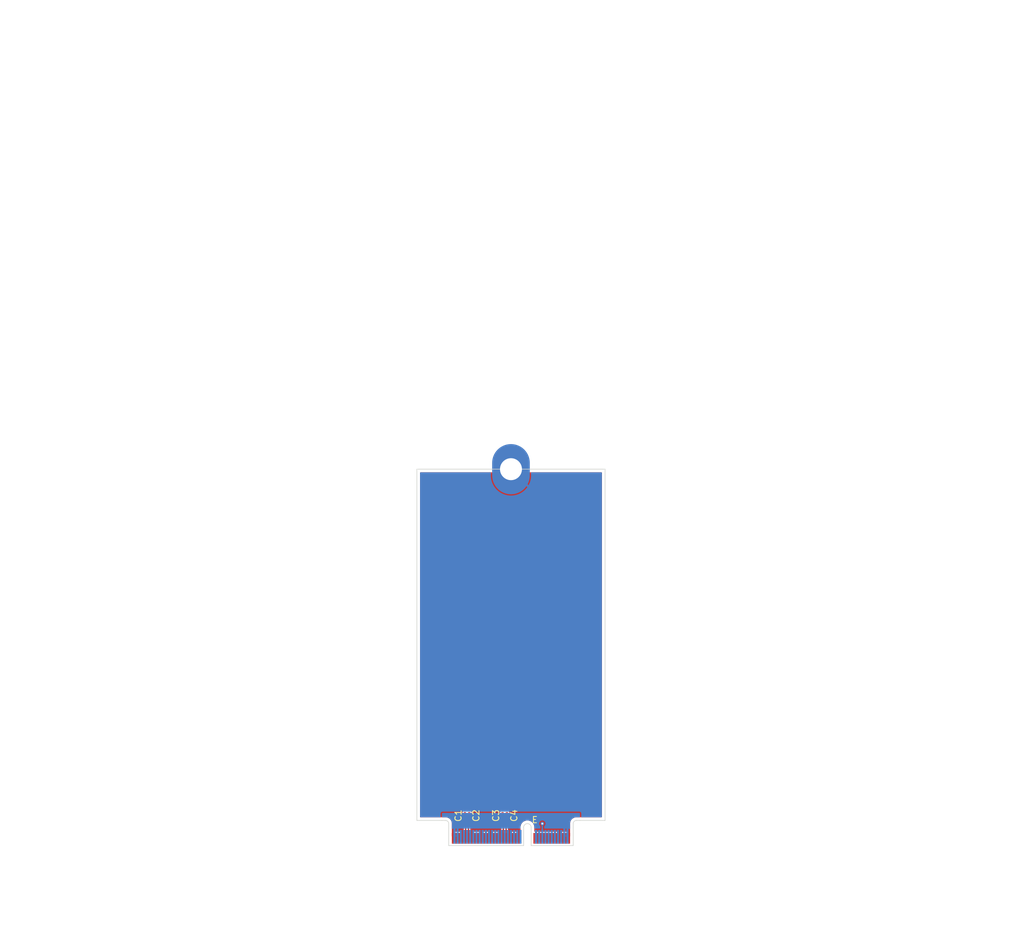
<source format=kicad_pcb>
(kicad_pcb (version 20241229) (generator "pcbnew") (generator_version "9.0")
  (layers (0 "F.Cu" signal) (2 "B.Cu" signal) (13 "F.Paste" user) (15 "B.Paste" user) (5 "F.SilkS" user "F.Silkscreen") (7 "B.SilkS" user "B.Silkscreen") (1 "F.Mask" user) (3 "B.Mask" user) (25 "Edge.Cuts" user))
  (net 0 "")
  (net 1 "/M.2 E Key/PET1P")
  (net 2 "/M.2 E Key/PET1N")
  (net 3 "/M.2 E Key/PET0P")
  (net 4 "/M.2 E Key/PET0N")
  (net 5 "GND")
  (net 6 "+3.3V")
  (net 7 "/USB_D+")
  (net 8 "/USB_D-")
  (net 9 "/LED#1")
  (net 10 "/I2S_SCK")
  (net 11 "/SDIO_CLK")
  (net 12 "/I2S_WS")
  (net 13 "/SDIO_CMD")
  (net 14 "/I2S_SD_OUT")
  (net 15 "/SDIO_DATA0")
  (net 16 "/I2S_SD_IN")
  (net 17 "/SDIO_DATA3")
  (net 18 "/LED#2")
  (net 19 "/SDIO_DATA2")
  (net 20 "/SDIO_DATA1")
  (net 21 "/UART_WAKE#")
  (net 22 "/SDIO__WAKE#")
  (net 23 "/UART_TXD")
  (net 24 "/SDIO_RESET#")
  (net 25 "/UART_RXD")
  (net 26 "/UARD_RTS")
  (net 27 "/PER0-")
  (net 28 "/UART_CTS")
  (net 29 "/PER0+")
  (net 35 "/REFCLK0+")
  (net 37 "/REFCLK0-")
  (net 38 "/SUSCLK")
  (net 39 "/PERST0#")
  (net 40 "/CLKREQ0#")
  (net 41 "/W_DISABLE2#")
  (net 42 "/PEWAKE#")
  (net 43 "/W_DISABLE1#")
  (net 44 "/I2C_DATA")
  (net 45 "/PER1+")
  (net 46 "/I2C_CLK")
  (net 47 "/PER1-")
  (net 48 "/ALERT#")
  (net 50 "/PERST1#")
  (net 51 "/CLKREQ1#")
  (net 52 "/PEWAKE1#")
  (net 53 "/REFCLK1+")
  (net 54 "/REFCLK1-")
  (net 55 "/PET0-")
  (net 56 "/PET1+")
  (net 57 "/PET0+")
  (net 58 "/PET1-")
  (footprint "Capacitor_SMD:C_0201_0603Metric" (layer "F.Cu") (at 102.86 154.18 90)
    (property "Reference" "C2" (at 0 1.09 90) (layer "F.SilkS"))
    (property "Value" "220nF")
    (pad "1" smd roundrect (at -0.32 0 90) (size 0.46 0.4) (layers "F.Cu" "F.Mask") (net 1 "/M.2 E Key/PET1P"))
    (pad "2" smd roundrect (at 0.32 0 90) (size 0.46 0.4) (layers "F.Cu" "F.Mask") (net 56 "/PET1+"))
  )
  (footprint "PCIexpress:M.2 E Key Connector" (layer "F.Cu") (at 109.51 157.84)
    (property "Reference" "J1")
    (property "Value" "~")
    (fp_line (start -11 -2.89) (end -10.425 -2.89) (stroke (width 0.1)) (layer "Edge.Cuts") (net 1))
    (fp_line (start -9.925 -2.39) (end -9.925 1.11) (stroke (width 0.1)) (layer "Edge.Cuts") (net 1))
    (fp_line (start 2.02 -1.79) (end 2.02 1.11) (stroke (width 0.1)) (layer "Edge.Cuts") (net 1))
    (fp_line (start 2.02 1.11) (end -9.925 1.11) (stroke (width 0.1)) (layer "Edge.Cuts") (net 1))
    (fp_line (start 3.22 -1.79) (end 3.22 1.11) (stroke (width 0.1)) (layer "Edge.Cuts") (net 1))
    (fp_line (start 3.22 1.11) (end 9.925 1.11) (stroke (width 0.1)) (layer "Edge.Cuts") (net 1))
    (fp_line (start 9.925 -2.39) (end 9.925 1.11) (stroke (width 0.1)) (layer "Edge.Cuts") (net 1))
    (fp_line (start 10.425 -2.89) (end 11 -2.89) (stroke (width 0.1)) (layer "Edge.Cuts") (net 1))
    (fp_arc (start -10.425 -2.89) (mid -10.071447 -2.743553) (end -9.925 -2.39) (stroke (width 0.1)) (layer "Edge.Cuts") (net 1))
    (fp_arc (start 2.02 -1.79) (mid 2.62 -2.39) (end 3.22 -1.79) (stroke (width 0.1)) (layer "Edge.Cuts") (net 1))
    (fp_arc (start 9.925 -2.39) (mid 10.071447 -2.743553) (end 10.425 -2.89) (stroke (width 0.1)) (layer "Edge.Cuts") (net 1))
    (fp_text user "E" (at 3.245 -2.395 0) (layer "F.SilkS") (effects (justify left bottom)))
    (pad "1" smd rect (at 9.25 -0.04 180) (size 0.35 1.7) (layers "F.Cu") (net 5 "GND"))
    (pad "2" smd rect (at 9 -0.29 180) (size 0.35 2.2) (layers "B.Cu") (net 6 "+3.3V"))
    (pad "3" smd rect (at 8.75 -0.04 180) (size 0.35 1.7) (layers "F.Cu") (net 7 "/USB_D+"))
    (pad "4" smd rect (at 8.5 -0.29 180) (size 0.35 2.2) (layers "B.Cu") (net 6 "+3.3V"))
    (pad "5" smd rect (at 8.25 -0.04 180) (size 0.35 1.7) (layers "F.Cu") (net 8 "/USB_D-"))
    (pad "6" smd rect (at 8 -0.29 180) (size 0.35 2.2) (layers "B.Cu") (net 9 "/LED#1"))
    (pad "7" smd rect (at 7.75 -0.04 180) (size 0.35 1.7) (layers "F.Cu") (net 5 "GND"))
    (pad "8" smd rect (at 7.5 -0.29 180) (size 0.35 2.2) (layers "B.Cu") (net 10 "/I2S_SCK"))
    (pad "9" smd rect (at 7.25 -0.04 180) (size 0.35 1.7) (layers "F.Cu") (net 11 "/SDIO_CLK"))
    (pad "10" smd rect (at 7 -0.29 180) (size 0.35 2.2) (layers "B.Cu") (net 12 "/I2S_WS"))
    (pad "11" smd rect (at 6.75 -0.04 180) (size 0.35 1.7) (layers "F.Cu") (net 13 "/SDIO_CMD"))
    (pad "12" smd rect (at 6.5 -0.29 180) (size 0.35 2.2) (layers "B.Cu") (net 14 "/I2S_SD_OUT"))
    (pad "13" smd rect (at 6.25 -0.04 180) (size 0.35 1.7) (layers "F.Cu") (net 15 "/SDIO_DATA0"))
    (pad "14" smd rect (at 6 -0.29 180) (size 0.35 2.2) (layers "B.Cu") (net 16 "/I2S_SD_IN"))
    (pad "15" smd rect (at 5.75 -0.04 180) (size 0.35 1.7) (layers "F.Cu") (net 17 "/SDIO_DATA3"))
    (pad "16" smd rect (at 5.5 -0.29 180) (size 0.35 2.2) (layers "B.Cu") (net 18 "/LED#2"))
    (pad "17" smd rect (at 5.25 -0.04 180) (size 0.35 1.7) (layers "F.Cu") (net 19 "/SDIO_DATA2"))
    (pad "18" smd rect (at 5 -0.29 180) (size 0.35 2.2) (layers "B.Cu") (net 5 "GND"))
    (pad "19" smd rect (at 4.75 -0.04 180) (size 0.35 1.7) (layers "F.Cu") (net 20 "/SDIO_DATA1"))
    (pad "20" smd rect (at 4.5 -0.29 180) (size 0.35 2.2) (layers "B.Cu") (net 21 "/UART_WAKE#"))
    (pad "21" smd rect (at 4.25 -0.04 180) (size 0.35 1.7) (layers "F.Cu") (net 22 "/SDIO__WAKE#"))
    (pad "22" smd rect (at 4 -0.29 180) (size 0.35 2.2) (layers "B.Cu") (net 23 "/UART_TXD"))
    (pad "23" smd rect (at 3.75 -0.04 180) (size 0.35 1.7) (layers "F.Cu") (net 24 "/SDIO_RESET#"))
    (pad "32" smd rect (at 1.5 -0.29 180) (size 0.35 2.2) (layers "B.Cu") (net 25 "/UART_RXD"))
    (pad "33" smd rect (at 1.25 -0.04 180) (size 0.35 1.7) (layers "F.Cu") (net 5 "GND"))
    (pad "34" smd rect (at 1 -0.29 180) (size 0.35 2.2) (layers "B.Cu") (net 26 "/UARD_RTS"))
    (pad "35" smd rect (at 0.75 -0.04 180) (size 0.35 1.7) (layers "F.Cu") (net 27 "/PER0-"))
    (pad "36" smd rect (at 0.5 -0.29 180) (size 0.35 2.2) (layers "B.Cu") (net 28 "/UART_CTS"))
    (pad "37" smd rect (at 0.25 -0.04 180) (size 0.35 1.7) (layers "F.Cu") (net 29 "/PER0+"))
    (pad "38" smd rect (at 0 -0.29 180) (size 0.35 2.2) (layers "B.Cu"))
    (pad "39" smd rect (at -0.25 -0.04 180) (size 0.35 1.7) (layers "F.Cu") (net 5 "GND"))
    (pad "40" smd rect (at -0.5 -0.29 180) (size 0.35 2.2) (layers "B.Cu"))
    (pad "41" smd rect (at -0.75 -0.04 180) (size 0.35 1.7) (layers "F.Cu") (net 3 "/M.2 E Key/PET0P"))
    (pad "42" smd rect (at -1 -0.29 180) (size 0.35 2.2) (layers "B.Cu"))
    (pad "43" smd rect (at -1.25 -0.04 180) (size 0.35 1.7) (layers "F.Cu") (net 4 "/M.2 E Key/PET0N"))
    (pad "44" smd rect (at -1.5 -0.29 180) (size 0.35 2.2) (layers "B.Cu"))
    (pad "45" smd rect (at -1.75 -0.04 180) (size 0.35 1.7) (layers "F.Cu") (net 5 "GND"))
    (pad "46" smd rect (at -2 -0.29 180) (size 0.35 2.2) (layers "B.Cu"))
    (pad "47" smd rect (at -2.25 -0.04 180) (size 0.35 1.7) (layers "F.Cu") (net 35 "/REFCLK0+"))
    (pad "48" smd rect (at -2.5 -0.29 180) (size 0.35 2.2) (layers "B.Cu"))
    (pad "49" smd rect (at -2.75 -0.04 180) (size 0.35 1.7) (layers "F.Cu") (net 37 "/REFCLK0-"))
    (pad "50" smd rect (at -3 -0.29 180) (size 0.35 2.2) (layers "B.Cu") (net 38 "/SUSCLK"))
    (pad "51" smd rect (at -3.25 -0.04 180) (size 0.35 1.7) (layers "F.Cu") (net 5 "GND"))
    (pad "52" smd rect (at -3.5 -0.29 180) (size 0.35 2.2) (layers "B.Cu") (net 39 "/PERST0#"))
    (pad "53" smd rect (at -3.75 -0.04 180) (size 0.35 1.7) (layers "F.Cu") (net 40 "/CLKREQ0#"))
    (pad "54" smd rect (at -4 -0.29 180) (size 0.35 2.2) (layers "B.Cu") (net 41 "/W_DISABLE2#"))
    (pad "55" smd rect (at -4.25 -0.04 180) (size 0.35 1.7) (layers "F.Cu") (net 42 "/PEWAKE#"))
    (pad "56" smd rect (at -4.5 -0.29 180) (size 0.35 2.2) (layers "B.Cu") (net 43 "/W_DISABLE1#"))
    (pad "57" smd rect (at -4.75 -0.04 180) (size 0.35 1.7) (layers "F.Cu") (net 5 "GND"))
    (pad "58" smd rect (at -5 -0.29 180) (size 0.35 2.2) (layers "B.Cu") (net 44 "/I2C_DATA"))
    (pad "59" smd rect (at -5.25 -0.04 180) (size 0.35 1.7) (layers "F.Cu") (net 45 "/PER1+"))
    (pad "60" smd rect (at -5.5 -0.29 180) (size 0.35 2.2) (layers "B.Cu") (net 46 "/I2C_CLK"))
    (pad "61" smd rect (at -5.75 -0.04 180) (size 0.35 1.7) (layers "F.Cu") (net 47 "/PER1-"))
    (pad "62" smd rect (at -6 -0.29 180) (size 0.35 2.2) (layers "B.Cu") (net 48 "/ALERT#"))
    (pad "63" smd rect (at -6.25 -0.04 180) (size 0.35 1.7) (layers "F.Cu") (net 5 "GND"))
    (pad "64" smd rect (at -6.5 -0.29 180) (size 0.35 2.2) (layers "B.Cu"))
    (pad "65" smd rect (at -6.75 -0.04 180) (size 0.35 1.7) (layers "F.Cu") (net 1 "/M.2 E Key/PET1P"))
    (pad "66" smd rect (at -7 -0.29 180) (size 0.35 2.2) (layers "B.Cu") (net 50 "/PERST1#"))
    (pad "67" smd rect (at -7.25 -0.04 180) (size 0.35 1.7) (layers "F.Cu") (net 2 "/M.2 E Key/PET1N"))
    (pad "68" smd rect (at -7.5 -0.29 180) (size 0.35 2.2) (layers "B.Cu") (net 51 "/CLKREQ1#"))
    (pad "69" smd rect (at -7.75 -0.04 180) (size 0.35 1.7) (layers "F.Cu") (net 5 "GND"))
    (pad "70" smd rect (at -8 -0.29 180) (size 0.35 2.2) (layers "B.Cu") (net 52 "/PEWAKE1#"))
    (pad "71" smd rect (at -8.25 -0.04 180) (size 0.35 1.7) (layers "F.Cu") (net 53 "/REFCLK1+"))
    (pad "72" smd rect (at -8.5 -0.29 180) (size 0.35 2.2) (layers "B.Cu") (net 6 "+3.3V"))
    (pad "73" smd rect (at -8.75 -0.04 180) (size 0.35 1.7) (layers "F.Cu") (net 54 "/REFCLK1-"))
    (pad "74" smd rect (at -9 -0.29 180) (size 0.35 2.2) (layers "B.Cu") (net 6 "+3.3V"))
    (pad "75" smd rect (at -9.25 -0.04 180) (size 0.35 1.7) (layers "F.Cu") (net 5 "GND"))
  )
  (footprint "Athena KiCAd library:M.2 Mounting Pad" (layer "F.Cu") (at 109.51 98.95)
    (property "Reference" "H1")
    (property "Value" "MountingHole_Pad")
    (pad "1" thru_hole circle (at 0 0) (size 5.5 5.5) (drill 3.5) (property pad_prop_castellated) (layers "*.Cu" "*.Mask") (net 5 "GND") (padstack (mode front_inner_back) (layer "Inner" (shape circle) (size 5.5 5.5)) (layer "B.Cu" (shape oval) (size 6 8))))
  )
  (footprint "Capacitor_SMD:C_0201_0603Metric" (layer "F.Cu") (at 108.16 154.18 90)
    (property "Reference" "C3" (at 0 -1.05 90) (layer "F.SilkS"))
    (property "Value" "220nF")
    (pad "1" smd roundrect (at -0.32 0 90) (size 0.46 0.4) (layers "F.Cu" "F.Mask") (net 4 "/M.2 E Key/PET0N"))
    (pad "2" smd roundrect (at 0.32 0 90) (size 0.46 0.4) (layers "F.Cu" "F.Mask") (net 55 "/PET0-"))
  )
  (footprint "Capacitor_SMD:C_0201_0603Metric" (layer "F.Cu") (at 108.86 154.18 90)
    (property "Reference" "C4" (at 0 1.14 90) (layer "F.SilkS"))
    (property "Value" "220nF")
    (pad "1" smd roundrect (at -0.32 0 90) (size 0.46 0.4) (layers "F.Cu" "F.Mask") (net 3 "/M.2 E Key/PET0P"))
    (pad "2" smd roundrect (at 0.32 0 90) (size 0.46 0.4) (layers "F.Cu" "F.Mask") (net 57 "/PET0+"))
  )
  (footprint "Capacitor_SMD:C_0201_0603Metric" (layer "F.Cu") (at 102.16 154.18 90)
    (property "Reference" "C1" (at 0 -1.05 90) (layer "F.SilkS"))
    (property "Value" "220nF")
    (pad "1" smd roundrect (at -0.32 0 90) (size 0.46 0.4) (layers "F.Cu" "F.Mask") (net 2 "/M.2 E Key/PET1N"))
    (pad "2" smd roundrect (at 0.32 0 90) (size 0.46 0.4) (layers "F.Cu" "F.Mask") (net 58 "/PET1-"))
  )
  (gr_line (start 120.51 154.95) (end 124.51 154.95) (stroke (width 0.1)) (layer "Edge.Cuts"))
  (gr_line (start 98.51 154.95) (end 94.51 154.95) (stroke (width 0.1)) (layer "Edge.Cuts"))
  (gr_line (start 124.51 154.95) (end 124.51 98.95) (stroke (width 0.1)) (layer "Edge.Cuts"))
  (gr_line (start 94.51 98.95) (end 94.51 154.95) (stroke (width 0.1)) (layer "Edge.Cuts"))
  (gr_line (start 124.51 98.95) (end 94.51 98.95) (stroke (width 0.1)) (layer "Edge.Cuts"))
  (segment (start 102.76 157.8) (end 102.76 156.524999) (width 0.2) (layer "F.Cu") (net 1))
  (segment (start 102.735 154.970001) (end 102.86 154.845001) (width 0.2) (layer "F.Cu") (net 1))
  (segment (start 102.86 154.845001) (end 102.86 154.5) (width 0.2) (layer "F.Cu") (net 1))
  (segment (start 102.76 156.524999) (end 102.735 156.499999) (width 0.2) (layer "F.Cu") (net 1))
  (segment (start 102.735 156.499999) (end 102.735 154.970001) (width 0.2) (layer "F.Cu") (net 1))
  (segment (start 102.16 154.845001) (end 102.16 154.5) (width 0.2) (layer "F.Cu") (net 2))
  (segment (start 102.285 154.970001) (end 102.16 154.845001) (width 0.2) (layer "F.Cu") (net 2))
  (segment (start 102.26 157.8) (end 102.26 156.524999) (width 0.2) (layer "F.Cu") (net 2))
  (segment (start 102.285 156.499999) (end 102.285 154.970001) (width 0.2) (layer "F.Cu") (net 2))
  (segment (start 102.26 156.524999) (end 102.285 156.499999) (width 0.2) (layer "F.Cu") (net 2))
  (segment (start 108.735 154.970001) (end 108.86 154.845001) (width 0.2) (layer "F.Cu") (net 3))
  (segment (start 108.76 157.8) (end 108.76 156.524999) (width 0.2) (layer "F.Cu") (net 3))
  (segment (start 108.76 156.524999) (end 108.735 156.499999) (width 0.2) (layer "F.Cu") (net 3))
  (segment (start 108.86 154.845001) (end 108.86 154.5) (width 0.2) (layer "F.Cu") (net 3))
  (segment (start 108.735 156.499999) (end 108.735 154.970001) (width 0.2) (layer "F.Cu") (net 3))
  (segment (start 108.26 156.524999) (end 108.285 156.499999) (width 0.2) (layer "F.Cu") (net 4))
  (segment (start 108.285 154.970001) (end 108.16 154.845001) (width 0.2) (layer "F.Cu") (net 4))
  (segment (start 108.26 157.8) (end 108.26 156.524999) (width 0.2) (layer "F.Cu") (net 4))
  (segment (start 108.285 156.499999) (end 108.285 154.970001) (width 0.2) (layer "F.Cu") (net 4))
  (segment (start 108.16 154.845001) (end 108.16 154.5) (width 0.2) (layer "F.Cu") (net 4))
  (via (at 114.51 155.46) (size 0.6) (drill 0.3) (layers "F.Cu" "B.Cu") (net 5))
  (segment (start 114.51 155.46) (end 114.51 157.55) (width 0.2) (layer "B.Cu") (net 5))
  (zone (net 5) (net_name "GND") (layers "F.Cu" "B.Cu") (connect_pads (clearance 0.2)) (min_thickness 0.15) (fill yes (thermal_gap 0.2) (thermal_bridge_width 0.35))
    (polygon (pts (xy 94.51 157.48) (xy 94.51 48.95) (xy 124.51 48.95) (xy 124.51 157.48)))
  )
  (zone (net 6) (net_name "+3.3V") (layer "B.Cu") (priority 1) (connect_pads (clearance 0.2)) (min_thickness 0.15) (fill yes (thermal_gap 0.2) (thermal_bridge_width 0.35))
    (polygon (pts (xy 120.51 157.48) (xy 120.51 153.75) (xy 98.51 153.75) (xy 98.51 157.48)))
  )
)
</source>
